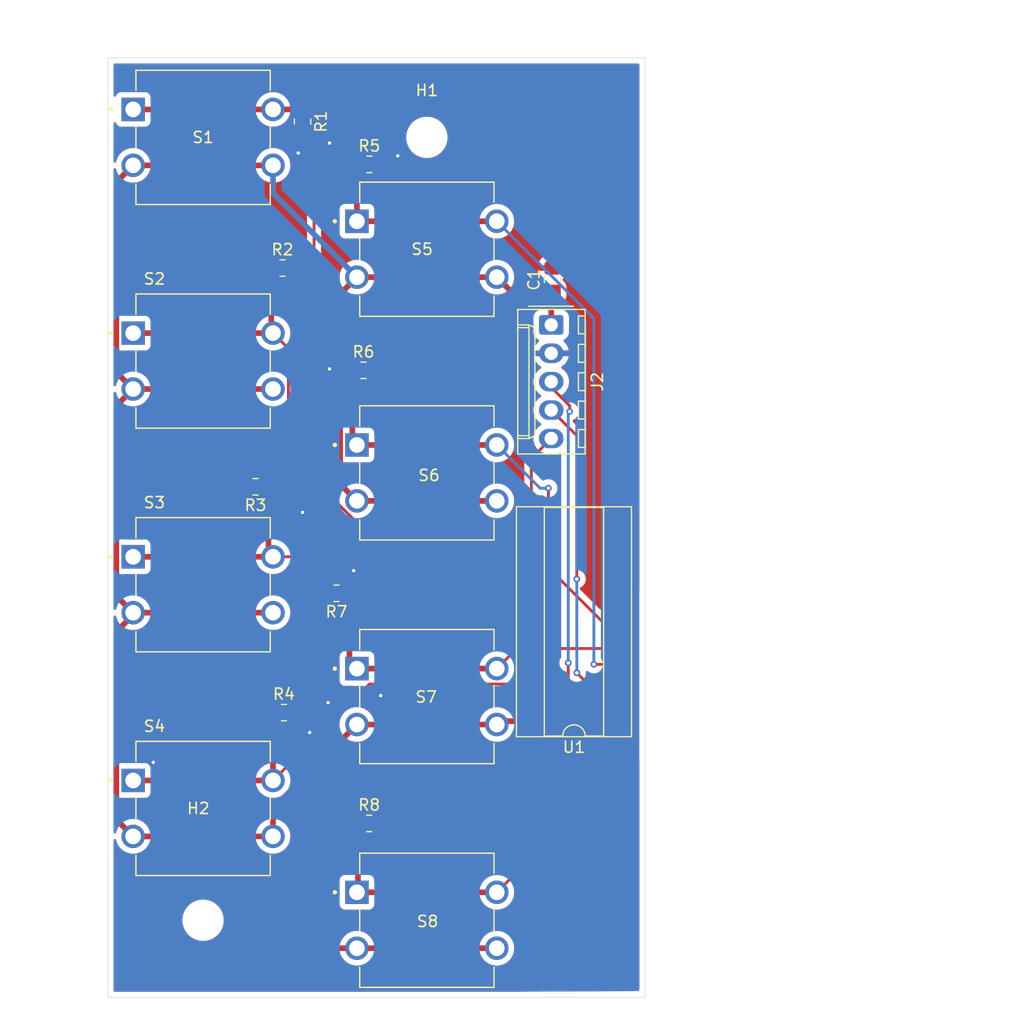
<source format=kicad_pcb>
(kicad_pcb (version 20240108) (generator "pcbnew") (generator_version "8.0")
  (layers (0 "F.Cu" signal) (31 "B.Cu" signal) (34 "B.Paste" user) (35 "F.Paste" user) (36 "B.SilkS" user "B.Silkscreen") (37 "F.SilkS" user "F.Silkscreen") (38 "B.Mask" user) (39 "F.Mask" user) (44 "Edge.Cuts" user))
  (net 0 "")
  (net 1 "+3.3V")
  (net 2 "GND")
  (net 3 "/PL")
  (net 4 "/CLK")
  (net 5 "/Q1")
  (net 6 "/D0")
  (net 7 "/D1")
  (net 8 "/D2")
  (net 9 "/D3")
  (net 10 "/D4")
  (net 11 "/D5")
  (net 12 "/D6")
  (net 13 "/D7")
  (footprint "MountingHole:MountingHole_3.2mm_M3" (layer "F.Cu") (at 147.601 190.309)
    (property "Reference" "H2" (at -0.425 -10 0) (layer "F.SilkS"))
    (property "Value" "MountingHole")
    (pad "" np_thru_hole circle (at 0 0) (size 3.2 3.2) (drill 3.2) (layers "*.Cu" "*.Mask"))
  )
  (footprint "MountingHole:MountingHole_3.2mm_M3" (layer "F.Cu") (at 167.601 120.309)
    (property "Reference" "H1" (at 0 -4.2 0) (layer "F.SilkS"))
    (property "Value" "MountingHole")
    (pad "" np_thru_hole circle (at 0 0) (size 3.2 3.2) (drill 3.2) (layers "*.Cu" "*.Mask"))
  )
  (footprint "footprints:SW_TL1100F160Q" (layer "F.Cu") (at 147.601 120.309)
    (property "Reference" "S1" (at 0 0 0) (layer "F.SilkS"))
    (property "Value" "TL1100F160Q")
    (fp_line (start -6 -6) (end -6 -4.2) (stroke (width 0.127)) (layer "F.SilkS"))
    (fp_line (start -6 -6) (end 6 -6) (stroke (width 0.127)) (layer "F.SilkS"))
    (fp_line (start -6 1) (end -6 -1) (stroke (width 0.127)) (layer "F.SilkS"))
    (fp_line (start -6 6) (end -6 4.2) (stroke (width 0.127)) (layer "F.SilkS"))
    (fp_line (start 6 -6) (end 6 -4.2) (stroke (width 0.127)) (layer "F.SilkS"))
    (fp_line (start 6 1) (end 6 -1) (stroke (width 0.127)) (layer "F.SilkS"))
    (fp_line (start 6 4.2) (end 6 6) (stroke (width 0.127)) (layer "F.SilkS"))
    (fp_line (start 6 6) (end -6 6) (stroke (width 0.127)) (layer "F.SilkS"))
    (fp_circle (center -8.225 -2.5) (end -8.125 -2.5) (stroke (width 0.2)) (fill none) (layer "F.SilkS"))
    (pad "1" thru_hole rect (at -6.25 -2.5) (size 2.1 2.1) (drill 1.4) (layers "*.Cu" "*.Mask") (net 6 "/D0"))
    (pad "2" thru_hole circle (at 6.25 -2.5) (size 2.1 2.1) (drill 1.4) (layers "*.Cu" "*.Mask") (net 6 "/D0"))
    (pad "3" thru_hole circle (at -6.25 2.5) (size 2.1 2.1) (drill 1.4) (layers "*.Cu" "*.Mask") (net 1 "+3.3V"))
    (pad "4" thru_hole circle (at 6.25 2.5) (size 2.1 2.1) (drill 1.4) (layers "*.Cu" "*.Mask") (net 1 "+3.3V"))
  )
  (footprint "Resistor_SMD:R_0805_2012Metric_Pad1.20x1.40mm_HandSolder" (layer "F.Cu") (at 154.697 131.993)
    (property "Reference" "R2" (at 0 -1.65 0) (layer "F.SilkS"))
    (property "Value" "10k")
    (fp_line (start -0.227064 -0.735) (end 0.227064 -0.735) (stroke (width 0.12)) (layer "F.SilkS"))
    (fp_line (start -0.227064 0.735) (end 0.227064 0.735) (stroke (width 0.12)) (layer "F.SilkS"))
    (pad "1" smd roundrect (at -1 0) (size 1.2 1.4) (layers "F.Cu" "F.Paste" "F.Mask") (roundrect_rratio 0.208333) (net 7 "/D1"))
    (pad "2" smd roundrect (at 1 0) (size 1.2 1.4) (layers "F.Cu" "F.Paste" "F.Mask") (roundrect_rratio 0.208333) (net 2 "GND"))
  )
  (footprint "footprints:SW_TL1100F160Q" (layer "F.Cu") (at 147.601 160.309)
    (property "Reference" "S3" (at -4.35 -7.345 0) (layer "F.SilkS"))
    (property "Value" "TL1100F160Q")
    (fp_line (start -6 -6) (end -6 -4.2) (stroke (width 0.127)) (layer "F.SilkS"))
    (fp_line (start -6 -6) (end 6 -6) (stroke (width 0.127)) (layer "F.SilkS"))
    (fp_line (start -6 1) (end -6 -1) (stroke (width 0.127)) (layer "F.SilkS"))
    (fp_line (start -6 6) (end -6 4.2) (stroke (width 0.127)) (layer "F.SilkS"))
    (fp_line (start 6 -6) (end 6 -4.2) (stroke (width 0.127)) (layer "F.SilkS"))
    (fp_line (start 6 1) (end 6 -1) (stroke (width 0.127)) (layer "F.SilkS"))
    (fp_line (start 6 4.2) (end 6 6) (stroke (width 0.127)) (layer "F.SilkS"))
    (fp_line (start 6 6) (end -6 6) (stroke (width 0.127)) (layer "F.SilkS"))
    (fp_circle (center -8.225 -2.5) (end -8.125 -2.5) (stroke (width 0.2)) (fill none) (layer "F.SilkS"))
    (pad "1" thru_hole rect (at -6.25 -2.5) (size 2.1 2.1) (drill 1.4) (layers "*.Cu" "*.Mask") (net 8 "/D2"))
    (pad "2" thru_hole circle (at 6.25 -2.5) (size 2.1 2.1) (drill 1.4) (layers "*.Cu" "*.Mask") (net 8 "/D2"))
    (pad "3" thru_hole circle (at -6.25 2.5) (size 2.1 2.1) (drill 1.4) (layers "*.Cu" "*.Mask") (net 1 "+3.3V"))
    (pad "4" thru_hole circle (at 6.25 2.5) (size 2.1 2.1) (drill 1.4) (layers "*.Cu" "*.Mask") (net 1 "+3.3V"))
  )
  (footprint "footprints:SW_TL1100F160Q" (layer "F.Cu") (at 147.601 140.309)
    (property "Reference" "S2" (at -4.35 -7.345 0) (layer "F.SilkS"))
    (property "Value" "TL1100F160Q")
    (fp_line (start -6 -6) (end -6 -4.2) (stroke (width 0.127)) (layer "F.SilkS"))
    (fp_line (start -6 -6) (end 6 -6) (stroke (width 0.127)) (layer "F.SilkS"))
    (fp_line (start -6 1) (end -6 -1) (stroke (width 0.127)) (layer "F.SilkS"))
    (fp_line (start -6 6) (end -6 4.2) (stroke (width 0.127)) (layer "F.SilkS"))
    (fp_line (start 6 -6) (end 6 -4.2) (stroke (width 0.127)) (layer "F.SilkS"))
    (fp_line (start 6 1) (end 6 -1) (stroke (width 0.127)) (layer "F.SilkS"))
    (fp_line (start 6 4.2) (end 6 6) (stroke (width 0.127)) (layer "F.SilkS"))
    (fp_line (start 6 6) (end -6 6) (stroke (width 0.127)) (layer "F.SilkS"))
    (fp_circle (center -8.225 -2.5) (end -8.125 -2.5) (stroke (width 0.2)) (fill none) (layer "F.SilkS"))
    (pad "1" thru_hole rect (at -6.25 -2.5) (size 2.1 2.1) (drill 1.4) (layers "*.Cu" "*.Mask") (net 7 "/D1"))
    (pad "2" thru_hole circle (at 6.25 -2.5) (size 2.1 2.1) (drill 1.4) (layers "*.Cu" "*.Mask") (net 7 "/D1"))
    (pad "3" thru_hole circle (at -6.25 2.5) (size 2.1 2.1) (drill 1.4) (layers "*.Cu" "*.Mask") (net 1 "+3.3V"))
    (pad "4" thru_hole circle (at 6.25 2.5) (size 2.1 2.1) (drill 1.4) (layers "*.Cu" "*.Mask") (net 1 "+3.3V"))
  )
  (footprint "footprints:SW_TL1100F160Q" (layer "F.Cu") (at 167.601 150.309)
    (property "Reference" "S6" (at 0.193 0.226 0) (layer "F.SilkS"))
    (property "Value" "TL1100F160Q")
    (fp_line (start -6 -6) (end -6 -4.2) (stroke (width 0.127)) (layer "F.SilkS"))
    (fp_line (start -6 -6) (end 6 -6) (stroke (width 0.127)) (layer "F.SilkS"))
    (fp_line (start -6 1) (end -6 -1) (stroke (width 0.127)) (layer "F.SilkS"))
    (fp_line (start -6 6) (end -6 4.2) (stroke (width 0.127)) (layer "F.SilkS"))
    (fp_line (start 6 -6) (end 6 -4.2) (stroke (width 0.127)) (layer "F.SilkS"))
    (fp_line (start 6 1) (end 6 -1) (stroke (width 0.127)) (layer "F.SilkS"))
    (fp_line (start 6 4.2) (end 6 6) (stroke (width 0.127)) (layer "F.SilkS"))
    (fp_line (start 6 6) (end -6 6) (stroke (width 0.127)) (layer "F.SilkS"))
    (fp_circle (center -8.225 -2.5) (end -8.125 -2.5) (stroke (width 0.2)) (fill none) (layer "F.SilkS"))
    (pad "1" thru_hole rect (at -6.25 -2.5) (size 2.1 2.1) (drill 1.4) (layers "*.Cu" "*.Mask") (net 11 "/D5"))
    (pad "2" thru_hole circle (at 6.25 -2.5) (size 2.1 2.1) (drill 1.4) (layers "*.Cu" "*.Mask") (net 11 "/D5"))
    (pad "3" thru_hole circle (at -6.25 2.5) (size 2.1 2.1) (drill 1.4) (layers "*.Cu" "*.Mask") (net 1 "+3.3V"))
    (pad "4" thru_hole circle (at 6.25 2.5) (size 2.1 2.1) (drill 1.4) (layers "*.Cu" "*.Mask") (net 1 "+3.3V"))
  )
  (footprint "footprints:SW_TL1100F160Q" (layer "F.Cu") (at 167.601 170.309)
    (property "Reference" "S7" (at -0.061 0.038 0) (layer "F.SilkS"))
    (property "Value" "TL1100F160Q")
    (fp_line (start -6 -6) (end -6 -4.2) (stroke (width 0.127)) (layer "F.SilkS"))
    (fp_line (start -6 -6) (end 6 -6) (stroke (width 0.127)) (layer "F.SilkS"))
    (fp_line (start -6 1) (end -6 -1) (stroke (width 0.127)) (layer "F.SilkS"))
    (fp_line (start -6 6) (end -6 4.2) (stroke (width 0.127)) (layer "F.SilkS"))
    (fp_line (start 6 -6) (end 6 -4.2) (stroke (width 0.127)) (layer "F.SilkS"))
    (fp_line (start 6 1) (end 6 -1) (stroke (width 0.127)) (layer "F.SilkS"))
    (fp_line (start 6 4.2) (end 6 6) (stroke (width 0.127)) (layer "F.SilkS"))
    (fp_line (start 6 6) (end -6 6) (stroke (width 0.127)) (layer "F.SilkS"))
    (fp_circle (center -8.225 -2.5) (end -8.125 -2.5) (stroke (width 0.2)) (fill none) (layer "F.SilkS"))
    (pad "1" thru_hole rect (at -6.25 -2.5) (size 2.1 2.1) (drill 1.4) (layers "*.Cu" "*.Mask") (net 12 "/D6"))
    (pad "2" thru_hole circle (at 6.25 -2.5) (size 2.1 2.1) (drill 1.4) (layers "*.Cu" "*.Mask") (net 12 "/D6"))
    (pad "3" thru_hole circle (at -6.25 2.5) (size 2.1 2.1) (drill 1.4) (layers "*.Cu" "*.Mask") (net 1 "+3.3V"))
    (pad "4" thru_hole circle (at 6.25 2.5) (size 2.1 2.1) (drill 1.4) (layers "*.Cu" "*.Mask") (net 1 "+3.3V"))
  )
  (footprint "footprints:SW_TL1100F160Q" (layer "F.Cu") (at 147.601 180.309)
    (property "Reference" "S4" (at -4.35 -7.345 0) (layer "F.SilkS"))
    (property "Value" "TL1100F160Q")
    (fp_line (start -6 -6) (end -6 -4.2) (stroke (width 0.127)) (layer "F.SilkS"))
    (fp_line (start -6 -6) (end 6 -6) (stroke (width 0.127)) (layer "F.SilkS"))
    (fp_line (start -6 1) (end -6 -1) (stroke (width 0.127)) (layer "F.SilkS"))
    (fp_line (start -6 6) (end -6 4.2) (stroke (width 0.127)) (layer "F.SilkS"))
    (fp_line (start 6 -6) (end 6 -4.2) (stroke (width 0.127)) (layer "F.SilkS"))
    (fp_line (start 6 1) (end 6 -1) (stroke (width 0.127)) (layer "F.SilkS"))
    (fp_line (start 6 4.2) (end 6 6) (stroke (width 0.127)) (layer "F.SilkS"))
    (fp_line (start 6 6) (end -6 6) (stroke (width 0.127)) (layer "F.SilkS"))
    (fp_circle (center -8.225 -2.5) (end -8.125 -2.5) (stroke (width 0.2)) (fill none) (layer "F.SilkS"))
    (pad "1" thru_hole rect (at -6.25 -2.5) (size 2.1 2.1) (drill 1.4) (layers "*.Cu" "*.Mask") (net 9 "/D3"))
    (pad "2" thru_hole circle (at 6.25 -2.5) (size 2.1 2.1) (drill 1.4) (layers "*.Cu" "*.Mask") (net 9 "/D3"))
    (pad "3" thru_hole circle (at -6.25 2.5) (size 2.1 2.1) (drill 1.4) (layers "*.Cu" "*.Mask") (net 1 "+3.3V"))
    (pad "4" thru_hole circle (at 6.25 2.5) (size 2.1 2.1) (drill 1.4) (layers "*.Cu" "*.Mask") (net 1 "+3.3V"))
  )
  (footprint "Capacitor_SMD:C_0805_2012Metric_Pad1.18x1.45mm_HandSolder" (layer "F.Cu") (at 178.843 133.0305 90)
    (property "Reference" "C1" (at 0 -1.68 90) (layer "F.SilkS"))
    (property "Value" "1uF")
    (fp_line (start -0.261252 -0.735) (end 0.261252 -0.735) (stroke (width 0.12)) (layer "F.SilkS"))
    (fp_line (start -0.261252 0.735) (end 0.261252 0.735) (stroke (width 0.12)) (layer "F.SilkS"))
    (pad "1" smd roundrect (at -1.0375 0 90) (size 1.175 1.45) (layers "F.Cu" "F.Paste" "F.Mask") (roundrect_rratio 0.212766) (net 1 "+3.3V"))
    (pad "2" smd roundrect (at 1.0375 0 90) (size 1.175 1.45) (layers "F.Cu" "F.Paste" "F.Mask") (roundrect_rratio 0.212766) (net 2 "GND"))
  )
  (footprint "footprints:SW_TL1100F160Q" (layer "F.Cu") (at 167.601 190.309)
    (property "Reference" "S8" (at 0.066 0.104 0) (layer "F.SilkS"))
    (property "Value" "TL1100F160Q")
    (fp_line (start -6 -6) (end -6 -4.2) (stroke (width 0.127)) (layer "F.SilkS"))
    (fp_line (start -6 -6) (end 6 -6) (stroke (width 0.127)) (layer "F.SilkS"))
    (fp_line (start -6 1) (end -6 -1) (stroke (width 0.127)) (layer "F.SilkS"))
    (fp_line (start -6 6) (end -6 4.2) (stroke (width 0.127)) (layer "F.SilkS"))
    (fp_line (start 6 -6) (end 6 -4.2) (stroke (width 0.127)) (layer "F.SilkS"))
    (fp_line (start 6 1) (end 6 -1) (stroke (width 0.127)) (layer "F.SilkS"))
    (fp_line (start 6 4.2) (end 6 6) (stroke (width 0.127)) (layer "F.SilkS"))
    (fp_line (start 6 6) (end -6 6) (stroke (width 0.127)) (layer "F.SilkS"))
    (fp_circle (center -8.225 -2.5) (end -8.125 -2.5) (stroke (width 0.2)) (fill none) (layer "F.SilkS"))
    (pad "1" thru_hole rect (at -6.25 -2.5) (size 2.1 2.1) (drill 1.4) (layers "*.Cu" "*.Mask") (net 13 "/D7"))
    (pad "2" thru_hole circle (at 6.25 -2.5) (size 2.1 2.1) (drill 1.4) (layers "*.Cu" "*.Mask") (net 13 "/D7"))
    (pad "3" thru_hole circle (at -6.25 2.5) (size 2.1 2.1) (drill 1.4) (layers "*.Cu" "*.Mask") (net 1 "+3.3V"))
    (pad "4" thru_hole circle (at 6.25 2.5) (size 2.1 2.1) (drill 1.4) (layers "*.Cu" "*.Mask") (net 1 "+3.3V"))
  )
  (footprint "Resistor_SMD:R_0805_2012Metric_Pad1.20x1.40mm_HandSolder" (layer "F.Cu") (at 162.46 122.722)
    (property "Reference" "R5" (at 0 -1.65 0) (layer "F.SilkS"))
    (property "Value" "10k")
    (fp_line (start -0.227064 -0.735) (end 0.227064 -0.735) (stroke (width 0.12)) (layer "F.SilkS"))
    (fp_line (start -0.227064 0.735) (end 0.227064 0.735) (stroke (width 0.12)) (layer "F.SilkS"))
    (pad "1" smd roundrect (at -1 0) (size 1.2 1.4) (layers "F.Cu" "F.Paste" "F.Mask") (roundrect_rratio 0.208333) (net 10 "/D4"))
    (pad "2" smd roundrect (at 1 0) (size 1.2 1.4) (layers "F.Cu" "F.Paste" "F.Mask") (roundrect_rratio 0.208333) (net 2 "GND"))
  )
  (footprint "Connector_Molex:Molex_KK-254_AE-6410-05A_1x05_P2.54mm_Vertical" (layer "F.Cu") (at 178.716 137.073 -90)
    (property "Reference" "J2" (at 5.08 -4.12 90) (layer "F.SilkS"))
    (property "Value" "Conn_01x05")
    (fp_line (start -1.38 2.99) (end 11.54 2.99) (stroke (width 0.12)) (layer "F.SilkS"))
    (fp_line (start 0 2.99) (end 0 1.99) (stroke (width 0.12)) (layer "F.SilkS"))
    (fp_line (start 0.25 2.99) (end 0.25 1.99) (stroke (width 0.12)) (layer "F.SilkS"))
    (fp_line (start 9.91 2.99) (end 9.91 1.99) (stroke (width 0.12)) (layer "F.SilkS"))
    (fp_line (start 11.54 2.99) (end 11.54 -3.03) (stroke (width 0.12)) (layer "F.SilkS"))
    (fp_line (start 0 1.99) (end 10.16 1.99) (stroke (width 0.12)) (layer "F.SilkS"))
    (fp_line (start 0 1.99) (end 0.25 1.46) (stroke (width 0.12)) (layer "F.SilkS"))
    (fp_line (start 10.16 1.99) (end 10.16 2.99) (stroke (width 0.12)) (layer "F.SilkS"))
    (fp_line (start 0.25 1.46) (end 9.91 1.46) (stroke (width 0.12)) (layer "F.SilkS"))
    (fp_line (start 9.91 1.46) (end 10.16 1.99) (stroke (width 0.12)) (layer "F.SilkS"))
    (fp_line (start -1.67 -2) (end -1.67 2) (stroke (width 0.12)) (layer "F.SilkS"))
    (fp_line (start -0.8 -2.43) (end 0.8 -2.43) (stroke (width 0.12)) (layer "F.SilkS"))
    (fp_line (start 0.8 -2.43) (end 0.8 -3.03) (stroke (width 0.12)) (layer "F.SilkS"))
    (fp_line (start 1.74 -2.43) (end 3.34 -2.43) (stroke (width 0.12)) (layer "F.SilkS"))
    (fp_line (start 3.34 -2.43) (end 3.34 -3.03) (stroke (width 0.12)) (layer "F.SilkS"))
    (fp_line (start 4.28 -2.43) (end 5.88 -2.43) (stroke (width 0.12)) (layer "F.SilkS"))
    (fp_line (start 5.88 -2.43) (end 5.88 -3.03) (stroke (width 0.12)) (layer "F.SilkS"))
    (fp_line (start 6.82 -2.43) (end 8.42 -2.43) (stroke (width 0.12)) (layer "F.SilkS"))
    (fp_line (start 8.42 -2.43) (end 8.42 -3.03) (stroke (width 0.12)) (layer "F.SilkS"))
    (fp_line (start 9.36 -2.43) (end 10.96 -2.43) (stroke (width 0.12)) (layer "F.SilkS"))
    (fp_line (start 10.96 -2.43) (end 10.96 -3.03) (stroke (width 0.12)) (layer "F.SilkS"))
    (fp_line (start -1.38 -3.03) (end -1.38 2.99) (stroke (width 0.12)) (layer "F.SilkS"))
    (fp_line (start -0.8 -3.03) (end -0.8 -2.43) (stroke (width 0.12)) (layer "F.SilkS"))
    (fp_line (start 1.74 -3.03) (end 1.74 -2.43) (stroke (width 0.12)) (layer "F.SilkS"))
    (fp_line (start 4.28 -3.03) (end 4.28 -2.43) (stroke (width 0.12)) (layer "F.SilkS"))
    (fp_line (start 6.82 -3.03) (end 6.82 -2.43) (stroke (width 0.12)) (layer "F.SilkS"))
    (fp_line (start 9.36 -3.03) (end 9.36 -2.43) (stroke (width 0.12)) (layer "F.SilkS"))
    (fp_line (start 11.54 -3.03) (end -1.38 -3.03) (stroke (width 0.12)) (layer "F.SilkS"))
    (pad "1" thru_hole roundrect (at 0 0 270) (size 1.74 2.19) (drill 1.19) (layers "*.Cu" "*.Mask") (roundrect_rratio 0.143678) (net 1 "+3.3V"))
    (pad "2" thru_hole oval (at 2.54 0 270) (size 1.74 2.19) (drill 1.19) (layers "*.Cu" "*.Mask") (net 2 "GND"))
    (pad "3" thru_hole oval (at 5.08 0 270) (size 1.74 2.19) (drill 1.19) (layers "*.Cu" "*.Mask") (net 3 "/PL"))
    (pad "4" thru_hole oval (at 7.62 0 270) (size 1.74 2.19) (drill 1.19) (layers "*.Cu" "*.Mask") (net 4 "/CLK"))
    (pad "5" thru_hole oval (at 10.16 0 270) (size 1.74 2.19) (drill 1.19) (layers "*.Cu" "*.Mask") (net 5 "/Q1"))
  )
  (footprint "Resistor_SMD:R_0805_2012Metric_Pad1.20x1.40mm_HandSolder" (layer "F.Cu") (at 152.284 151.551 180)
    (property "Reference" "R3" (at 0 -1.65 360) (layer "F.SilkS"))
    (property "Value" "10k")
    (fp_line (start -0.227064 0.735) (end 0.227064 0.735) (stroke (width 0.12)) (layer "F.SilkS"))
    (fp_line (start -0.227064 -0.735) (end 0.227064 -0.735) (stroke (width 0.12)) (layer "F.SilkS"))
    (pad "1" smd roundrect (at -1 0 180) (size 1.2 1.4) (layers "F.Cu" "F.Paste" "F.Mask") (roundrect_rratio 0.208333) (net 8 "/D2"))
    (pad "2" smd roundrect (at 1 0 180) (size 1.2 1.4) (layers "F.Cu" "F.Paste" "F.Mask") (roundrect_rratio 0.208333) (net 2 "GND"))
  )
  (footprint "Package_DIP:DIP-16_W7.62mm_SMDSocket_SmallPads" (layer "F.Cu") (at 180.748 163.616 180)
    (property "Reference" "U1" (at 0 -11.22 180) (layer "F.SilkS"))
    (property "Value" "74HC165")
    (fp_line (start 5.14 10.28) (end 5.14 -10.28) (stroke (width 0.12)) (layer "F.SilkS"))
    (fp_line (start 5.14 -10.28) (end -5.14 -10.28) (stroke (width 0.12)) (layer "F.SilkS"))
    (fp_line (start 2.65 10.22) (end 2.65 -10.22) (stroke (width 0.12)) (layer "F.SilkS"))
    (fp_line (start 2.65 -10.22) (end 1 -10.22) (stroke (width 0.12)) (layer "F.SilkS"))
    (fp_line (start -1 -10.22) (end -2.65 -10.22) (stroke (width 0.12)) (layer "F.SilkS"))
    (fp_line (start -2.65 10.22) (end 2.65 10.22) (stroke (width 0.12)) (layer "F.SilkS"))
    (fp_line (start -2.65 -10.22) (end -2.65 10.22) (stroke (width 0.12)) (layer "F.SilkS"))
    (fp_line (start -5.14 10.28) (end 5.14 10.28) (stroke (width 0.12)) (layer "F.SilkS"))
    (fp_line (start -5.14 -10.28) (end -5.14 10.28) (stroke (width 0.12)) (layer "F.SilkS"))
    (fp_arc (start 1 -10.22) (mid 0 -9.22) (end -1 -10.22) (stroke (width 0.12)) (layer "F.SilkS"))
    (pad "1" smd rect (at -3.81 -8.89 180) (size 1.6 1.6) (layers "F.Cu" "F.Paste" "F.Mask") (net 3 "/PL"))
    (pad "2" smd rect (at -3.81 -6.35 180) (size 1.6 1.6) (layers "F.Cu" "F.Paste" "F.Mask") (net 4 "/CLK"))
    (pad "3" smd rect (at -3.81 -3.81 180) (size 1.6 1.6) (layers "F.Cu" "F.Paste" "F.Mask") (net 10 "/D4"))
    (pad "4" smd rect (at -3.81 -1.27 180) (size 1.6 1.6) (layers "F.Cu" "F.Paste" "F.Mask") (net 11 "/D5"))
    (pad "5" smd rect (at -3.81 1.27 180) (size 1.6 1.6) (layers "F.Cu" "F.Paste" "F.Mask") (net 12 "/D6"))
    (pad "6" smd rect (at -3.81 3.81 180) (size 1.6 1.6) (layers "F.Cu" "F.Paste" "F.Mask") (net 13 "/D7"))
    (pad "7" smd rect (at -3.81 6.35 180) (size 1.6 1.6) (layers "F.Cu" "F.Paste" "F.Mask"))
    (pad "8" smd rect (at -3.81 8.89 180) (size 1.6 1.6) (layers "F.Cu" "F.Paste" "F.Mask") (net 2 "GND"))
    (pad "9" smd rect (at 3.81 8.89 180) (size 1.6 1.6) (layers "F.Cu" "F.Paste" "F.Mask") (net 5 "/Q1"))
    (pad "10" smd rect (at 3.81 6.35 180) (size 1.6 1.6) (layers "F.Cu" "F.Paste" "F.Mask"))
    (pad "11" smd rect (at 3.81 3.81 180) (size 1.6 1.6) (layers "F.Cu" "F.Paste" "F.Mask") (net 6 "/D0"))
    (pad "12" smd rect (at 3.81 1.27 180) (size 1.6 1.6) (layers "F.Cu" "F.Paste" "F.Mask") (net 7 "/D1"))
    (pad "13" smd rect (at 3.81 -1.27 180) (size 1.6 1.6) (layers "F.Cu" "F.Paste" "F.Mask") (net 8 "/D2"))
    (pad "14" smd rect (at 3.81 -3.81 180) (size 1.6 1.6) (layers "F.Cu" "F.Paste" "F.Mask") (net 9 "/D3"))
    (pad "15" smd rect (at 3.81 -6.35 180) (size 1.6 1.6) (layers "F.Cu" "F.Paste" "F.Mask") (net 2 "GND"))
    (pad "16" smd rect (at 3.81 -8.89 180) (size 1.6 1.6) (layers "F.Cu" "F.Paste" "F.Mask") (net 1 "+3.3V"))
  )
  (footprint "Resistor_SMD:R_0805_2012Metric_Pad1.20x1.40mm_HandSolder" (layer "F.Cu") (at 159.523 161.076 180)
    (property "Reference" "R7" (at 0 -1.65 360) (layer "F.SilkS"))
    (property "Value" "10k")
    (fp_line (start -0.227064 0.735) (end 0.227064 0.735) (stroke (width 0.12)) (layer "F.SilkS"))
    (fp_line (start -0.227064 -0.735) (end 0.227064 -0.735) (stroke (width 0.12)) (layer "F.SilkS"))
    (pad "1" smd roundrect (at -1 0 180) (size 1.2 1.4) (layers "F.Cu" "F.Paste" "F.Mask") (roundrect_rratio 0.208333) (net 12 "/D6"))
    (pad "2" smd roundrect (at 1 0 180) (size 1.2 1.4) (layers "F.Cu" "F.Paste" "F.Mask") (roundrect_rratio 0.208333) (net 2 "GND"))
  )
  (footprint "Resistor_SMD:R_0805_2012Metric_Pad1.20x1.40mm_HandSolder" (layer "F.Cu") (at 154.824 171.744)
    (property "Reference" "R4" (at 0 -1.65 0) (layer "F.SilkS"))
    (property "Value" "10k")
    (fp_line (start -0.227064 -0.735) (end 0.227064 -0.735) (stroke (width 0.12)) (layer "F.SilkS"))
    (fp_line (start -0.227064 0.735) (end 0.227064 0.735) (stroke (width 0.12)) (layer "F.SilkS"))
    (pad "1" smd roundrect (at -1 0) (size 1.2 1.4) (layers "F.Cu" "F.Paste" "F.Mask") (roundrect_rratio 0.208333) (net 9 "/D3"))
    (pad "2" smd roundrect (at 1 0) (size 1.2 1.4) (layers "F.Cu" "F.Paste" "F.Mask") (roundrect_rratio 0.208333) (net 2 "GND"))
  )
  (footprint "footprints:SW_TL1100F160Q" (layer "F.Cu") (at 167.601 130.309)
    (property "Reference" "S5" (at -0.425 0 0) (layer "F.SilkS"))
    (property "Value" "TL1100F160Q")
    (fp_line (start -6 -6) (end -6 -4.2) (stroke (width 0.127)) (layer "F.SilkS"))
    (fp_line (start -6 -6) (end 6 -6) (stroke (width 0.127)) (layer "F.SilkS"))
    (fp_line (start -6 1) (end -6 -1) (stroke (width 0.127)) (layer "F.SilkS"))
    (fp_line (start -6 6) (end -6 4.2) (stroke (width 0.127)) (layer "F.SilkS"))
    (fp_line (start 6 -6) (end 6 -4.2) (stroke (width 0.127)) (layer "F.SilkS"))
    (fp_line (start 6 1) (end 6 -1) (stroke (width 0.127)) (layer "F.SilkS"))
    (fp_line (start 6 4.2) (end 6 6) (stroke (width 0.127)) (layer "F.SilkS"))
    (fp_line (start 6 6) (end -6 6) (stroke (width 0.127)) (layer "F.SilkS"))
    (fp_circle (center -8.225 -2.5) (end -8.125 -2.5) (stroke (width 0.2)) (fill none) (layer "F.SilkS"))
    (pad "1" thru_hole rect (at -6.25 -2.5) (size 2.1 2.1) (drill 1.4) (layers "*.Cu" "*.Mask") (net 10 "/D4"))
    (pad "2" thru_hole circle (at 6.25 -2.5) (size 2.1 2.1) (drill 1.4) (layers "*.Cu" "*.Mask") (net 10 "/D4"))
    (pad "3" thru_hole circle (at -6.25 2.5) (size 2.1 2.1) (drill 1.4) (layers "*.Cu" "*.Mask") (net 1 "+3.3V"))
    (pad "4" thru_hole circle (at 6.25 2.5) (size 2.1 2.1) (drill 1.4) (layers "*.Cu" "*.Mask") (net 1 "+3.3V"))
  )
  (footprint "Resistor_SMD:R_0805_2012Metric_Pad1.20x1.40mm_HandSolder" (layer "F.Cu") (at 156.491 118.896 -90)
    (property "Reference" "R1" (at 0 -1.65 90) (layer "F.SilkS"))
    (property "Value" "10k")
    (fp_line (start -0.227064 0.735) (end 0.227064 0.735) (stroke (width 0.12)) (layer "F.SilkS"))
    (fp_line (start -0.227064 -0.735) (end 0.227064 -0.735) (stroke (width 0.12)) (layer "F.SilkS"))
    (pad "1" smd roundrect (at -1 0 270) (size 1.2 1.4) (layers "F.Cu" "F.Paste" "F.Mask") (roundrect_rratio 0.208333) (net 6 "/D0"))
    (pad "2" smd roundrect (at 1 0 270) (size 1.2 1.4) (layers "F.Cu" "F.Paste" "F.Mask") (roundrect_rratio 0.208333) (net 2 "GND"))
  )
  (footprint "Resistor_SMD:R_0805_2012Metric_Pad1.20x1.40mm_HandSolder" (layer "F.Cu") (at 162.444 181.65)
    (property "Reference" "R8" (at 0 -1.65 0) (layer "F.SilkS"))
    (property "Value" "10k")
    (fp_line (start -0.227064 -0.735) (end 0.227064 -0.735) (stroke (width 0.12)) (layer "F.SilkS"))
    (fp_line (start -0.227064 0.735) (end 0.227064 0.735) (stroke (width 0.12)) (layer "F.SilkS"))
    (pad "1" smd roundrect (at -1 0) (size 1.2 1.4) (layers "F.Cu" "F.Paste" "F.Mask") (roundrect_rratio 0.208333) (net 13 "/D7"))
    (pad "2" smd roundrect (at 1 0) (size 1.2 1.4) (layers "F.Cu" "F.Paste" "F.Mask") (roundrect_rratio 0.208333) (net 2 "GND"))
  )
  (footprint "Resistor_SMD:R_0805_2012Metric_Pad1.20x1.40mm_HandSolder" (layer "F.Cu") (at 161.936 141.137)
    (property "Reference" "R6" (at 0 -1.65 0) (layer "F.SilkS"))
    (property "Value" "10k")
    (fp_line (start -0.227064 -0.735) (end 0.227064 -0.735) (stroke (width 0.12)) (layer "F.SilkS"))
    (fp_line (start -0.227064 0.735) (end 0.227064 0.735) (stroke (width 0.12)) (layer "F.SilkS"))
    (pad "1" smd roundrect (at -1 0) (size 1.2 1.4) (layers "F.Cu" "F.Paste" "F.Mask") (roundrect_rratio 0.208333) (net 11 "/D5"))
    (pad "2" smd roundrect (at 1 0) (size 1.2 1.4) (layers "F.Cu" "F.Paste" "F.Mask") (roundrect_rratio 0.208333) (net 2 "GND"))
  )
  (gr_rect (start 139.092 113.197) (end 187.092 197.197) (stroke (width 0.05)) (fill none) (layer "Edge.Cuts"))
  (segment (start 141.351 142.809) (end 139.847 144.313) (width 0.508) (layer "F.Cu") (net 1))
  (segment (start 159.847 134.313) (end 161.351 132.809) (width 0.508) (layer "F.Cu") (net 1))
  (segment (start 174.154 172.506) (end 173.851 172.809) (width 0.508) (layer "F.Cu") (net 1))
  (segment (start 141.351 162.809) (end 153.851 162.809) (width 0.508) (layer "F.Cu") (net 1))
  (segment (start 141.351 142.809) (end 153.851 142.809) (width 0.508) (layer "F.Cu") (net 1))
  (segment (start 161.351 152.809) (end 159.847 151.305) (width 0.508) (layer "F.Cu") (net 1))
  (segment (start 153.851 182.809) (end 153.851 180.309) (width 0.508) (layer "F.Cu") (net 1))
  (segment (start 141.351 182.809) (end 153.851 182.809) (width 0.508) (layer "F.Cu") (net 1))
  (segment (start 159.847 151.305) (end 159.847 134.313) (width 0.508) (layer "F.Cu") (net 1))
  (segment (start 139.847 141.305) (end 141.351 142.809) (width 0.508) (layer "F.Cu") (net 1))
  (segment (start 161.351 192.809) (end 173.851 192.809) (width 0.508) (layer "F.Cu") (net 1))
  (segment (start 161.351 152.809) (end 173.851 152.809) (width 0.508) (layer "F.Cu") (net 1))
  (segment (start 139.847 164.512) (end 139.847 181.305) (width 0.508) (layer "F.Cu") (net 1))
  (segment (start 139.847 144.313) (end 139.847 161.305) (width 0.508) (layer "F.Cu") (net 1))
  (segment (start 141.351 122.809) (end 139.847 124.313) (width 0.508) (layer "F.Cu") (net 1))
  (segment (start 141.351 122.809) (end 153.851 122.809) (width 0.508) (layer "F.Cu") (net 1))
  (segment (start 141.351 163.008) (end 139.847 164.512) (width 0.508) (layer "F.Cu") (net 1))
  (segment (start 141.351 162.809) (end 141.351 163.008) (width 0.508) (layer "F.Cu") (net 1))
  (segment (start 139.847 161.305) (end 141.351 162.809) (width 0.508) (layer "F.Cu") (net 1))
  (segment (start 161.351 132.809) (end 173.851 132.809) (width 0.508) (layer "F.Cu") (net 1))
  (segment (start 178.716 137.073) (end 178.716 134.195) (width 0.508) (layer "F.Cu") (net 1))
  (segment (start 149.522 182.809) (end 159.522 192.809) (width 0.508) (layer "F.Cu") (net 1))
  (segment (start 139.847 124.313) (end 139.847 141.305) (width 0.508) (layer "F.Cu") (net 1))
  (segment (start 153.851 180.309) (end 161.351 172.809) (width 0.508) (layer "F.Cu") (net 1))
  (segment (start 159.522 192.809) (end 161.351 192.809) (width 0.508) (layer "F.Cu") (net 1))
  (segment (start 178.716 134.195) (end 175.237 134.195) (width 0.508) (layer "F.Cu") (net 1))
  (segment (start 139.847 181.305) (end 141.351 182.809) (width 0.508) (layer "F.Cu") (net 1))
  (segment (start 176.938 172.506) (end 174.154 172.506) (width 0.508) (layer "F.Cu") (net 1))
  (segment (start 175.237 134.195) (end 173.851 132.809) (width 0.508) (layer "F.Cu") (net 1))
  (segment (start 178.843 134.068) (end 178.716 134.195) (width 0.508) (layer "F.Cu") (net 1))
  (segment (start 161.351 172.809) (end 173.851 172.809) (width 0.508) (layer "F.Cu") (net 1))
  (segment (start 141.351 182.809) (end 149.522 182.809) (width 0.508) (layer "F.Cu") (net 1))
  (segment (start 161.351 132.809) (end 153.851 125.309) (width 0.508) (layer "B.Cu") (net 1))
  (segment (start 153.851 125.309) (end 153.851 122.809) (width 0.508) (layer "B.Cu") (net 1))
  (via (at 165 121.96) (size 0.6) (drill 0.3) (layers "F.Cu" "B.Cu") (net 2))
  (via (at 157.126 173.522) (size 0.6) (drill 0.3) (layers "F.Cu" "B.Cu") (net 2))
  (via (at 143.156 176.189) (size 0.6) (drill 0.3) (layers "F.Cu" "B.Cu") (net 2))
  (via (at 156.11 121.706) (size 0.6) (drill 0.3) (layers "F.Cu" "B.Cu") (net 2))
  (via (at 158.777 170.855) (size 0.6) (drill 0.3) (layers "F.Cu" "B.Cu") (net 2))
  (via (at 156.491 153.837) (size 0.6) (drill 0.3) (layers "F.Cu" "B.Cu") (net 2))
  (via (at 163.476 170.22) (size 0.6) (drill 0.3) (layers "F.Cu" "B.Cu") (net 2))
  (via (at 158.904 120.817) (size 0.6) (drill 0.3) (layers "F.Cu" "B.Cu") (net 2))
  (via (at 161.063 159.044) (size 0.6) (drill 0.3) (layers "F.Cu" "B.Cu") (net 2))
  (via (at 158.904 141.01) (size 0.6) (drill 0.3) (layers "F.Cu" "B.Cu") (net 2))
  (segment (start 183.504 172.506) (end 180.24 169.242) (width 0.254) (layer "F.Cu") (net 3))
  (segment (start 184.558 172.506) (end 183.504 172.506) (width 0.254) (layer "F.Cu") (net 3))
  (segment (start 178.716 142.661) (end 178.716 142.153) (width 0.254) (layer "F.Cu") (net 3))
  (segment (start 180.24 169.242) (end 180.24 167.299) (width 0.254) (layer "F.Cu") (net 3))
  (segment (start 180.367 144.82) (end 180.367 144.312) (width 0.254) (layer "F.Cu") (net 3))
  (segment (start 180.367 144.312) (end 178.716 142.661) (width 0.254) (layer "F.Cu") (net 3))
  (via (at 180.367 144.82) (size 0.6) (drill 0.3) (layers "F.Cu" "B.Cu") (net 3))
  (via (at 180.24 167.299) (size 0.6) (drill 0.3) (layers "F.Cu" "B.Cu") (net 3))
  (segment (start 180.24 167.299) (end 180.24 144.947) (width 0.254) (layer "B.Cu") (net 3))
  (segment (start 180.24 144.947) (end 180.367 144.82) (width 0.254) (layer "B.Cu") (net 3))
  (segment (start 184.558 169.966) (end 182.78 169.966) (width 0.254) (layer "F.Cu") (net 4))
  (segment (start 181.002 146.979) (end 178.716 144.693) (width 0.254) (layer "F.Cu") (net 4))
  (segment (start 182.78 169.966) (end 181.002 168.188) (width 0.254) (layer "F.Cu") (net 4))
  (segment (start 181.002 159.806) (end 181.002 146.979) (width 0.254) (layer "F.Cu") (net 4))
  (via (at 181.002 168.188) (size 0.6) (drill 0.3) (layers "F.Cu" "B.Cu") (net 4))
  (via (at 181.002 159.806) (size 0.6) (drill 0.3) (layers "F.Cu" "B.Cu") (net 4))
  (segment (start 181.002 168.188) (end 181.002 159.806) (width 0.254) (layer "B.Cu") (net 4))
  (segment (start 176.938 154.726) (end 176.938 149.011) (width 0.254) (layer "F.Cu") (net 5))
  (segment (start 176.938 149.011) (end 178.716 147.233) (width 0.254) (layer "F.Cu") (net 5))
  (segment (start 176.938 159.806) (end 166.400627 159.806) (width 0.254) (layer "F.Cu") (net 6))
  (segment (start 157.518 118.923) (end 156.491 117.896) (width 0.254) (layer "F.Cu") (net 6))
  (segment (start 153.851 117.809) (end 156.658 117.809) (width 0.508) (layer "F.Cu") (net 6))
  (segment (start 166.400627 159.806) (end 157.518 150.923373) (width 0.254) (layer "F.Cu") (net 6))
  (segment (start 141.351 117.809) (end 153.851 117.809) (width 0.508) (layer "F.Cu") (net 6))
  (segment (start 157.518 150.923373) (end 157.518 118.923) (width 0.254) (layer "F.Cu") (net 6))
  (segment (start 141.351 137.809) (end 153.851 137.809) (width 0.508) (layer "F.Cu") (net 7))
  (segment (start 153.697 131.993) (end 153.697 137.655) (width 0.508) (layer "F.Cu") (net 7))
  (segment (start 155.228 139.186) (end 153.851 137.809) (width 0.254) (layer "F.Cu") (net 7))
  (segment (start 155.228 149.275425) (end 155.228 139.186) (width 0.254) (layer "F.Cu") (net 7))
  (segment (start 168.298575 162.346) (end 155.228 149.275425) (width 0.254) (layer "F.Cu") (net 7))
  (segment (start 176.938 162.346) (end 168.298575 162.346) (width 0.254) (layer "F.Cu") (net 7))
  (segment (start 153.697 137.655) (end 153.851 137.809) (width 0.508) (layer "F.Cu") (net 7))
  (segment (start 153.443 151.424) (end 153.443 157.401) (width 0.508) (layer "F.Cu") (net 8))
  (segment (start 153.851 157.809) (end 141.351 157.809) (width 0.508) (layer "F.Cu") (net 8))
  (segment (start 153.443 157.401) (end 153.851 157.809) (width 0.508) (layer "F.Cu") (net 8))
  (segment (start 161.164928 157.809) (end 153.851 157.809) (width 0.254) (layer "F.Cu") (net 8))
  (segment (start 168.241928 164.886) (end 161.164928 157.809) (width 0.254) (layer "F.Cu") (net 8))
  (segment (start 176.938 164.886) (end 168.241928 164.886) (width 0.254) (layer "F.Cu") (net 8))
  (segment (start 153.851 177.809) (end 141.351 177.809) (width 0.508) (layer "F.Cu") (net 9))
  (segment (start 175.178 169.186) (end 162.474 169.186) (width 0.254) (layer "F.Cu") (net 9))
  (segment (start 153.851 177.809) (end 153.851 171.771) (width 0.508) (layer "F.Cu") (net 9))
  (segment (start 176.938 167.426) (end 175.178 169.186) (width 0.254) (layer "F.Cu") (net 9))
  (segment (start 162.474 169.186) (end 153.851 177.809) (width 0.254) (layer "F.Cu") (net 9))
  (segment (start 153.851 171.771) (end 153.824 171.744) (width 0.508) (layer "F.Cu") (net 9))
  (segment (start 161.351 122.831) (end 161.46 122.722) (width 0.508) (layer "F.Cu") (net 10))
  (segment (start 184.558 167.426) (end 182.526 167.426) (width 0.254) (layer "F.Cu") (net 10))
  (segment (start 173.851 127.809) (end 161.351 127.809) (width 0.508) (layer "F.Cu") (net 10))
  (segment (start 161.351 127.809) (end 161.351 122.831) (width 0.508) (layer "F.Cu") (net 10))
  (via (at 182.526 167.426) (size 0.6) (drill 0.3) (layers "F.Cu" "B.Cu") (net 10))
  (segment (start 182.526 167.426) (end 182.526 136.484) (width 0.254) (layer "B.Cu") (net 10))
  (segment (start 182.526 136.484) (end 173.851 127.809) (width 0.254) (layer "B.Cu") (net 10))
  (segment (start 184.558 164.886) (end 178.462 158.79) (width 0.254) (layer "F.Cu") (net 11))
  (segment (start 178.462 158.79) (end 178.462 151.678) (width 0.254) (layer "F.Cu") (net 11))
  (segment (start 173.851 147.809) (end 161.351 147.809) (width 0.508) (layer "F.Cu") (net 11))
  (segment (start 160.936 147.394) (end 161.351 147.809) (width 0.508) (layer "F.Cu") (net 11))
  (segment (start 160.936 141.137) (end 160.936 147.394) (width 0.508) (layer "F.Cu") (net 11))
  (via (at 178.462 151.678) (size 0.6) (drill 0.3) (layers "F.Cu" "B.Cu") (net 11))
  (segment (start 178.462 151.678) (end 177.72 151.678) (width 0.254) (layer "B.Cu") (net 11))
  (segment (start 177.72 151.678) (end 173.851 147.809) (width 0.254) (layer "B.Cu") (net 11))
  (segment (start 161.351 167.809) (end 173.851 167.809) (width 0.508) (layer "F.Cu") (net 12))
  (segment (start 160.682 160.949) (end 160.682 167.14) (width 0.508) (layer "F.Cu") (net 12))
  (segment (start 185.685 166.013) (end 175.647 166.013) (width 0.254) (layer "F.Cu") (net 12))
  (segment (start 185.685 163.473) (end 185.685 166.013) (width 0.254) (layer "F.Cu") (net 12))
  (segment (start 160.682 167.14) (end 161.351 167.809) (width 0.508) (layer "F.Cu") (net 12))
  (segment (start 184.558 162.346) (end 185.685 163.473) (width 0.254) (layer "F.Cu") (net 12))
  (segment (start 175.647 166.013) (end 173.851 167.809) (width 0.254) (layer "F.Cu") (net 12))
  (segment (start 161.444 181.65) (end 161.444 187.716) (width 0.508) (layer "F.Cu") (net 13))
  (segment (start 173.851 187.809) (end 161.351 187.809) (width 0.508) (layer "F.Cu") (net 13))
  (segment (start 186.139 161.387) (end 186.139 175.521) (width 0.254) (layer "F.Cu") (net 13))
  (segment (start 161.444 187.716) (end 161.351 187.809) (width 0.508) (layer "F.Cu") (net 13))
  (segment (start 186.139 175.521) (end 173.851 187.809) (width 0.254) (layer "F.Cu") (net 13))
  (segment (start 184.558 159.806) (end 186.139 161.387) (width 0.254) (layer "F.Cu") (net 13))
  (zone (net 2) (net_name "GND") (layers "F&B.Cu") (connect_pads (clearance 0.5)) (min_thickness 0.25) (fill yes (thermal_gap 0.5) (thermal_bridge_width 0.5))
    (polygon (pts (xy 139.219 196.89) (xy 139.219 113.324) (xy 186.59 113.324) (xy 186.844 196.636)))
  )
)
</source>
